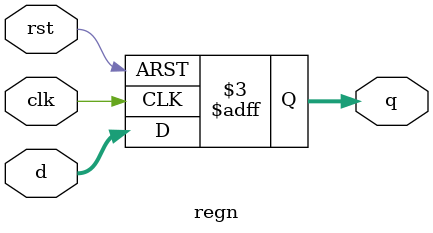
<source format=v>
`timescale 1ns / 1ps

module tribonacci(clk, rst, s);

parameter width = 32;

wire [width-1:0] s0, s1, s2, s3;
input clk;
input rst;
output [width-1:0] s;


regn #(.width(width))
	regX(
	.clk(clk),
	.rst(rst),
	.d(s1),
	.q(s0));

regn #(.rst_value(1), .width(width)) 
	regY(
	.clk(clk),
	.rst(rst),
	.d(s2),
	.q(s1));

regn #(.rst_value(1), .width(width)) 
	regZ(
	.clk(clk),
	.rst(rst),
	.d(s3),
	.q(s2));
	
	assign s3 = s2 + s1 + s0;
	assign s = s0;	
endmodule



module regn(clk, rst, d, q);

	parameter rst_value = 0;
	parameter width = 16;

	input clk, rst;
	input [width-1:0] d;
	output [width-1:0] q;
	reg [width-1:0] q;
	
	always @(posedge clk or posedge rst)
	begin
		if (rst == 1)
			q <= rst_value;
		else
			q <= d;
	end
endmodule

</source>
